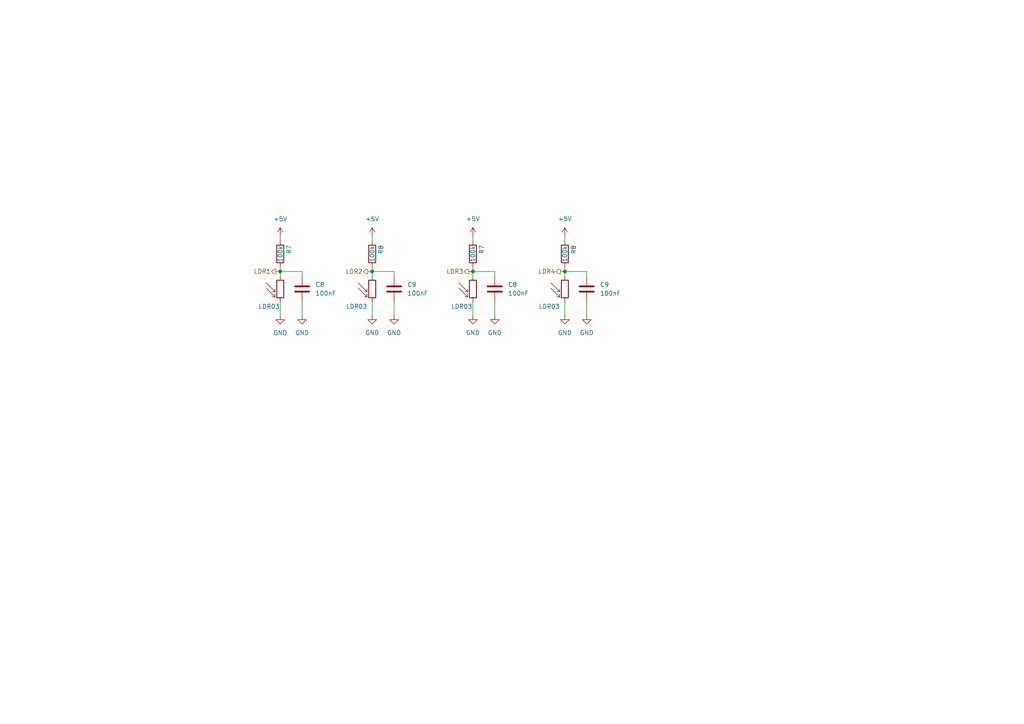
<source format=kicad_sch>
(kicad_sch (version 20230121) (generator eeschema)
  (paper "A4")
  (lib_symbols
    (symbol "Device:C" (pin_numbers hide) (pin_names (offset 0.254))
      (property "Reference" "C" (at 0.635 2.54 0))
      (property "Value" "C" (at 0.635 -2.54 0))
      (symbol "C_0_1"
        (polyline (pts (xy -2.032 -0.762) (xy 2.032 -0.762)) (stroke (width 0.508)))
        (polyline (pts (xy -2.032 0.762) (xy 2.032 0.762)) (stroke (width 0.508)))
      )
      (symbol "C_1_1"
        (pin passive line (at 0 3.81 270) (length 2.794) (name "~") (number "1"))
        (pin passive line (at 0 -3.81 90) (length 2.794) (name "~") (number "2"))
      )
    )
    (symbol "Device:R" (pin_numbers hide) (pin_names (offset 0))
      (property "Reference" "R" (at 2.032 0 90))
      (property "Value" "R" (at 0 0 90))
      (symbol "R_0_1"
        (rectangle (start -1.016 -2.54) (end 1.016 2.54) (stroke (width 0.254)))
      )
      (symbol "R_1_1"
        (pin passive line (at 0 3.81 270) (length 1.27) (name "~") (number "1"))
        (pin passive line (at 0 -3.81 90) (length 1.27) (name "~") (number "2"))
      )
    )
    (symbol "Sensor_Optical:LDR03" (pin_numbers hide) (pin_names (offset 0))
      (property "Reference" "R" (at -5.08 0 90))
      (property "Value" "LDR03" (at 1.905 0 90))
      (symbol "LDR03_0_1"
        (rectangle (start -1.016 2.54) (end 1.016 -2.54) (stroke (width 0.254)))
        (polyline (pts (xy -1.524 -2.286) (xy -4.064 0.254)))
        (polyline (pts (xy -1.524 -2.286) (xy -2.286 -2.286)))
        (polyline (pts (xy -1.524 -2.286) (xy -1.524 -1.524)))
        (polyline (pts (xy -1.524 -0.762) (xy -4.064 1.778)))
        (polyline (pts (xy -1.524 -0.762) (xy -2.286 -0.762)))
        (polyline (pts (xy -1.524 -0.762) (xy -1.524 0)))
      )
      (symbol "LDR03_1_1"
        (pin passive line (at 0 3.81 270) (length 1.27) (name "~") (number "1"))
        (pin passive line (at 0 -3.81 90) (length 1.27) (name "~") (number "2"))
      )
    )
    (symbol "power:+5V" (power) (pin_names (offset 0))
      (property "Value" "+5V" (at 0 3.556 0))
      (symbol "+5V_0_1"
        (polyline (pts (xy -0.762 1.27) (xy 0 2.54)))
        (polyline (pts (xy 0 0) (xy 0 2.54)))
        (polyline (pts (xy 0 2.54) (xy 0.762 1.27)))
      )
      (symbol "+5V_1_1"
        (pin power_in line (at 0 0 90) (length 0) hide (name "+5V") (number "1"))
      )
    )
    (symbol "power:GND" (power) (pin_names (offset 0))
      (property "Value" "GND" (at 0 -3.81 0))
      (symbol "GND_0_1"
        (polyline (pts (xy 0 0) (xy 0 -1.27) (xy 1.27 -1.27) (xy 0 -2.54) (xy -1.27 -1.27) (xy 0 -1.27)))
      )
      (symbol "GND_1_1"
        (pin power_in line (at 0 0 270) (length 0) hide (name "GND") (number "1"))
      )
    )
  )
  (junction (at 163.83 78.74))
  (junction (at 137.16 78.74))
  (junction (at 81.28 78.74))
  (junction (at 107.95 78.74))
  (wire (pts (xy 107.95 87.63) (xy 107.95 91.44)))
  (wire (pts (xy 143.51 80.01) (xy 143.51 78.74)))
  (wire (pts (xy 143.51 87.63) (xy 143.51 91.44)))
  (wire (pts (xy 81.28 87.63) (xy 81.28 91.44)))
  (wire (pts (xy 137.16 77.47) (xy 137.16 78.74)))
  (wire (pts (xy 163.83 68.58) (xy 163.83 69.85)))
  (wire (pts (xy 81.28 78.74) (xy 87.63 78.74)))
  (wire (pts (xy 163.83 77.47) (xy 163.83 78.74)))
  (wire (pts (xy 170.18 87.63) (xy 170.18 91.44)))
  (wire (pts (xy 87.63 80.01) (xy 87.63 78.74)))
  (wire (pts (xy 106.68 78.74) (xy 107.95 78.74)))
  (wire (pts (xy 137.16 78.74) (xy 143.51 78.74)))
  (wire (pts (xy 135.89 78.74) (xy 137.16 78.74)))
  (wire (pts (xy 107.95 78.74) (xy 114.3 78.74)))
  (wire (pts (xy 170.18 80.01) (xy 170.18 78.74)))
  (wire (pts (xy 114.3 80.01) (xy 114.3 78.74)))
  (wire (pts (xy 162.56 78.74) (xy 163.83 78.74)))
  (wire (pts (xy 81.28 68.58) (xy 81.28 69.85)))
  (wire (pts (xy 80.01 78.74) (xy 81.28 78.74)))
  (wire (pts (xy 81.28 78.74) (xy 81.28 80.01)))
  (wire (pts (xy 87.63 87.63) (xy 87.63 91.44)))
  (wire (pts (xy 81.28 77.47) (xy 81.28 78.74)))
  (wire (pts (xy 107.95 78.74) (xy 107.95 80.01)))
  (wire (pts (xy 163.83 87.63) (xy 163.83 91.44)))
  (wire (pts (xy 114.3 87.63) (xy 114.3 91.44)))
  (wire (pts (xy 107.95 68.58) (xy 107.95 69.85)))
  (wire (pts (xy 163.83 78.74) (xy 170.18 78.74)))
  (wire (pts (xy 137.16 87.63) (xy 137.16 91.44)))
  (wire (pts (xy 137.16 68.58) (xy 137.16 69.85)))
  (wire (pts (xy 107.95 77.47) (xy 107.95 78.74)))
  (wire (pts (xy 137.16 78.74) (xy 137.16 80.01)))
  (wire (pts (xy 163.83 78.74) (xy 163.83 80.01)))
  (hierarchical_label "LDR3" (shape output) (at 135.89 78.74 180))
  (hierarchical_label "LDR4" (shape output) (at 162.56 78.74 180))
  (hierarchical_label "LDR1" (shape output) (at 80.01 78.74 180))
  (hierarchical_label "LDR2" (shape output) (at 106.68 78.74 180))
  (symbol (lib_id "power:+5V") (at 107.95 68.58 0) (unit 1)
    (property "Reference" "#PWR028" (effects hide))
    (property "Value" "+5V" (at 107.95 63.5 0))
    (instances (project "Tracker" (path "" (reference "#PWR028") (unit 1)) (path "" (reference "#PWR026") (unit 1))))
  )
  (symbol (lib_id "Sensor_Optical:LDR03") (at 137.16 83.82 0) (unit 1)
    (property "Reference" "R2" (effects hide))
    (property "Value" "LDR03" (at 130.81 88.9 0) (effects (justify left)))
    (property "Footprint" "OptoDevice:R_LDR_10x8.5mm_P7.6mm_Vertical" (effects hide))
    (property "Datasheet" "http://www.elektronica-componenten.nl/WebRoot/StoreNL/Shops/61422969/54F1/BA0C/C664/31B9/2173/C0A8/2AB9/2AEF/LDR03IMP.pdf" (effects hide))
    (instances (project "Tracker" (path "" (reference "R2") (unit 1)) (path "" (reference "R18") (unit 1))))
  )
  (symbol (lib_id "power:GND") (at 87.63 91.44 0) (unit 1)
    (property "Reference" "#PWR026" (effects hide))
    (property "Value" "GND" (at 87.63 96.52 0))
    (instances (project "Tracker" (path "" (reference "#PWR026") (unit 1)) (path "" (reference "#PWR025") (unit 1))))
  )
  (symbol (lib_id "power:GND") (at 163.83 91.44 0) (unit 1)
    (property "Reference" "#PWR023" (effects hide))
    (property "Value" "GND" (at 163.83 96.52 0))
    (instances (project "Tracker" (path "" (reference "#PWR023") (unit 1)) (path "" (reference "#PWR043") (unit 1))))
  )
  (symbol (lib_id "Device:R") (at 107.95 73.66 0) (unit 1)
    (property "Reference" "R8" (at 110.49 72.39 90))
    (property "Value" "100k" (at 107.95 73.66 90))
    (property "Footprint" "Resistor_THT:R_Axial_DIN0204_L3.6mm_D1.6mm_P5.08mm_Horizontal" (effects hide))
    (instances (project "Tracker" (path "" (reference "R8") (unit 1)) (path "" (reference "R7") (unit 1))))
  )
  (symbol (lib_id "Device:C") (at 143.51 83.82 180) (unit 1)
    (property "Reference" "C8" (at 147.32 82.55 0) (effects (justify right)))
    (property "Value" "100nF" (at 147.32 85.09 0) (effects (justify right)))
    (property "Footprint" "Capacitor_THT:C_Rect_L7.0mm_W2.0mm_P5.00mm" (effects hide))
    (instances (project "Tracker" (path "" (reference "C8") (unit 1)) (path "" (reference "C12") (unit 1))))
  )
  (symbol (lib_id "Sensor_Optical:LDR03") (at 163.83 83.82 0) (unit 1)
    (property "Reference" "R3" (effects hide))
    (property "Value" "LDR03" (at 156.21 88.9 0) (effects (justify left)))
    (property "Footprint" "OptoDevice:R_LDR_10x8.5mm_P7.6mm_Vertical" (effects hide))
    (property "Datasheet" "http://www.elektronica-componenten.nl/WebRoot/StoreNL/Shops/61422969/54F1/BA0C/C664/31B9/2173/C0A8/2AB9/2AEF/LDR03IMP.pdf" (effects hide))
    (instances (project "Tracker" (path "" (reference "R3") (unit 1)) (path "" (reference "R20") (unit 1))))
  )
  (symbol (lib_id "Device:R") (at 163.83 73.66 0) (unit 1)
    (property "Reference" "R8" (at 166.37 72.39 90))
    (property "Value" "100k" (at 163.83 73.66 90))
    (property "Footprint" "Resistor_THT:R_Axial_DIN0204_L3.6mm_D1.6mm_P5.08mm_Horizontal" (effects hide))
    (instances (project "Tracker" (path "" (reference "R8") (unit 1)) (path "" (reference "R19") (unit 1))))
  )
  (symbol (lib_id "Device:C") (at 87.63 83.82 180) (unit 1)
    (property "Reference" "C8" (at 91.44 82.55 0) (effects (justify right)))
    (property "Value" "100nF" (at 91.44 85.09 0) (effects (justify right)))
    (property "Footprint" "Capacitor_THT:C_Rect_L7.0mm_W2.0mm_P5.00mm" (effects hide))
  )
  (symbol (lib_id "Sensor_Optical:LDR03") (at 81.28 83.82 0) (unit 1)
    (property "Reference" "R2" (effects hide))
    (property "Value" "LDR03" (at 74.93 88.9 0) (effects (justify left)))
    (property "Footprint" "OptoDevice:R_LDR_10x8.5mm_P7.6mm_Vertical" (effects hide))
    (property "Datasheet" "http://www.elektronica-componenten.nl/WebRoot/StoreNL/Shops/61422969/54F1/BA0C/C664/31B9/2173/C0A8/2AB9/2AEF/LDR03IMP.pdf" (effects hide))
    (instances (project "Tracker" (path "" (reference "R2") (unit 1)) (path "" (reference "R3") (unit 1))))
  )
  (symbol (lib_id "power:+5V") (at 81.28 68.58 0) (unit 1)
    (property "Reference" "#PWR027" (effects hide))
    (property "Value" "+5V" (at 81.28 63.5 0))
    (instances (project "Tracker" (path "" (reference "#PWR027") (unit 1)) (path "" (reference "#PWR023") (unit 1))))
  )
  (symbol (lib_id "power:+5V") (at 137.16 68.58 0) (unit 1)
    (property "Reference" "#PWR027" (effects hide))
    (property "Value" "+5V" (at 137.16 63.5 0))
    (instances (project "Tracker" (path "" (reference "#PWR027") (unit 1)) (path "" (reference "#PWR039") (unit 1))))
  )
  (symbol (lib_id "Device:R") (at 81.28 73.66 0) (unit 1)
    (property "Reference" "R7" (at 83.82 72.39 90))
    (property "Value" "100k" (at 81.28 73.66 90))
    (property "Footprint" "Resistor_THT:R_Axial_DIN0204_L3.6mm_D1.6mm_P5.08mm_Horizontal" (effects hide))
    (instances (project "Tracker" (path "" (reference "R7") (unit 1)) (path "" (reference "R2") (unit 1))))
  )
  (symbol (lib_id "power:GND") (at 81.28 91.44 0) (unit 1)
    (property "Reference" "#PWR024" (effects hide))
    (property "Value" "GND" (at 81.28 96.52 0))
  )
  (symbol (lib_id "power:+5V") (at 163.83 68.58 0) (unit 1)
    (property "Reference" "#PWR028" (effects hide))
    (property "Value" "+5V" (at 163.83 63.5 0))
    (instances (project "Tracker" (path "" (reference "#PWR028") (unit 1)) (path "" (reference "#PWR042") (unit 1))))
  )
  (symbol (lib_id "Device:C") (at 114.3 83.82 180) (unit 1)
    (property "Reference" "C9" (at 118.11 82.55 0) (effects (justify right)))
    (property "Value" "100nF" (at 118.11 85.09 0) (effects (justify right)))
    (property "Footprint" "Capacitor_THT:C_Rect_L7.0mm_W2.0mm_P5.00mm" (effects hide))
  )
  (symbol (lib_id "Device:R") (at 137.16 73.66 0) (unit 1)
    (property "Reference" "R7" (at 139.7 72.39 90))
    (property "Value" "100k" (at 137.16 73.66 90))
    (property "Footprint" "Resistor_THT:R_Axial_DIN0204_L3.6mm_D1.6mm_P5.08mm_Horizontal" (effects hide))
    (instances (project "Tracker" (path "" (reference "R7") (unit 1)) (path "" (reference "R17") (unit 1))))
  )
  (symbol (lib_id "Device:C") (at 170.18 83.82 180) (unit 1)
    (property "Reference" "C9" (at 173.99 82.55 0) (effects (justify right)))
    (property "Value" "100nF" (at 173.99 85.09 0) (effects (justify right)))
    (property "Footprint" "Capacitor_THT:C_Rect_L7.0mm_W2.0mm_P5.00mm" (effects hide))
    (instances (project "Tracker" (path "" (reference "C9") (unit 1)) (path "" (reference "C13") (unit 1))))
  )
  (symbol (lib_id "power:GND") (at 107.95 91.44 0) (unit 1)
    (property "Reference" "#PWR023" (effects hide))
    (property "Value" "GND" (at 107.95 96.52 0))
    (instances (project "Tracker" (path "" (reference "#PWR023") (unit 1)) (path "" (reference "#PWR027") (unit 1))))
  )
  (symbol (lib_id "power:GND") (at 137.16 91.44 0) (unit 1)
    (property "Reference" "#PWR024" (effects hide))
    (property "Value" "GND" (at 137.16 96.52 0))
    (instances (project "Tracker" (path "" (reference "#PWR024") (unit 1)) (path "" (reference "#PWR040") (unit 1))))
  )
  (symbol (lib_id "power:GND") (at 170.18 91.44 0) (unit 1)
    (property "Reference" "#PWR025" (effects hide))
    (property "Value" "GND" (at 170.18 96.52 0))
    (instances (project "Tracker" (path "" (reference "#PWR025") (unit 1)) (path "" (reference "#PWR044") (unit 1))))
  )
  (symbol (lib_id "power:GND") (at 143.51 91.44 0) (unit 1)
    (property "Reference" "#PWR026" (effects hide))
    (property "Value" "GND" (at 143.51 96.52 0))
    (instances (project "Tracker" (path "" (reference "#PWR026") (unit 1)) (path "" (reference "#PWR041") (unit 1))))
  )
  (symbol (lib_id "Sensor_Optical:LDR03") (at 107.95 83.82 0) (unit 1)
    (property "Reference" "R3" (effects hide))
    (property "Value" "LDR03" (at 100.33 88.9 0) (effects (justify left)))
    (property "Footprint" "OptoDevice:R_LDR_10x8.5mm_P7.6mm_Vertical" (effects hide))
    (property "Datasheet" "http://www.elektronica-componenten.nl/WebRoot/StoreNL/Shops/61422969/54F1/BA0C/C664/31B9/2173/C0A8/2AB9/2AEF/LDR03IMP.pdf" (effects hide))
    (instances (project "Tracker" (path "" (reference "R3") (unit 1)) (path "" (reference "R8") (unit 1))))
  )
  (symbol (lib_id "power:GND") (at 114.3 91.44 0) (unit 1)
    (property "Reference" "#PWR025" (effects hide))
    (property "Value" "GND" (at 114.3 96.52 0))
    (instances (project "Tracker" (path "" (reference "#PWR025") (unit 1)) (path "" (reference "#PWR028") (unit 1))))
  )
)
</source>
